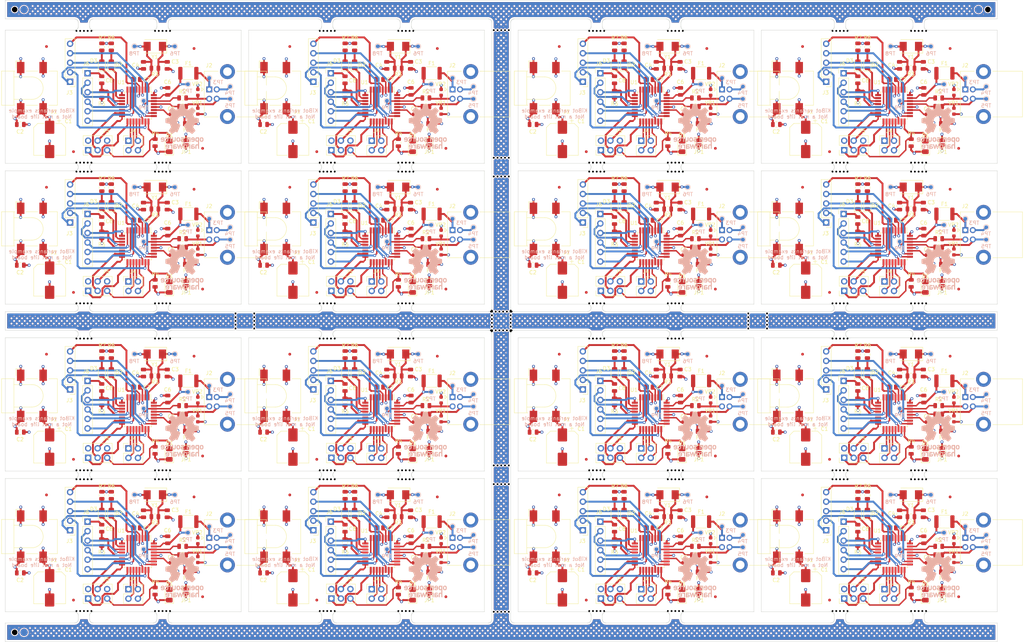
<source format=kicad_pcb>
(kicad_pcb
	(version 20240108)
	(generator "pcbnew")
	(generator_version "8.0")
	(general
		(thickness 1.6)
		(legacy_teardrops no)
	)
	(paper "A0")
	(title_block
		(title "Arduino UNO programmer (Panel)")
		(date "${date}")
		(rev "${git_hash}")
		(company "Instituto Nacional de Tecnología Industrial")
		(comment 4 "An example of KiBot variants")
	)
	(layers
		(0 "F.Cu" signal)
		(1 "In1.Cu" signal "GND.Cu")
		(2 "In2.Cu" signal "Power.Cu")
		(31 "B.Cu" signal)
		(32 "B.Adhes" user "B.Adhesive")
		(33 "F.Adhes" user "F.Adhesive")
		(34 "B.Paste" user)
		(35 "F.Paste" user)
		(36 "B.SilkS" user "B.Silkscreen")
		(37 "F.SilkS" user "F.Silkscreen")
		(38 "B.Mask" user)
		(39 "F.Mask" user)
		(40 "Dwgs.User" user "User.Drawings")
		(41 "Cmts.User" user "User.Comments")
		(42 "Eco1.User" user "User.Eco1")
		(43 "Eco2.User" user "User.Eco2")
		(44 "Edge.Cuts" user)
		(45 "Margin" user)
		(46 "B.CrtYd" user "B.Courtyard")
		(47 "F.CrtYd" user "F.Courtyard")
		(48 "B.Fab" user)
		(49 "F.Fab" user)
	)
	(setup
		(pad_to_mask_clearance 0.05)
		(allow_soldermask_bridges_in_footprints no)
		(aux_axis_origin 466.5 20)
		(grid_origin 466.5 20)
		(pcbplotparams
			(layerselection 0x00010fc_ffffffff)
			(plot_on_all_layers_selection 0x0000000_00000000)
			(disableapertmacros no)
			(usegerberextensions no)
			(usegerberattributes yes)
			(usegerberadvancedattributes yes)
			(creategerberjobfile yes)
			(dashed_line_dash_ratio 12.000000)
			(dashed_line_gap_ratio 3.000000)
			(svgprecision 4)
			(plotframeref no)
			(viasonmask no)
			(mode 1)
			(useauxorigin no)
			(hpglpennumber 1)
			(hpglpenspeed 20)
			(hpglpendiameter 15.000000)
			(pdf_front_fp_property_popups yes)
			(pdf_back_fp_property_popups yes)
			(dxfpolygonmode yes)
			(dxfimperialunits yes)
			(dxfusepcbnewfont yes)
			(psnegative no)
			(psa4output no)
			(plotreference yes)
			(plotvalue yes)
			(plotfptext yes)
			(plotinvisibletext no)
			(sketchpadsonfab no)
			(subtractmaskfromsilk no)
			(outputformat 1)
			(mirror no)
			(drillshape 1)
			(scaleselection 1)
			(outputdirectory "")
		)
	)
	(property "date" "Today")
	(property "git_hash" "WIP")
	(net 0 "")
	(net 1 "Board_0-+5V")
	(net 2 "Board_0-/DTR")
	(net 3 "Board_0-/MISO2")
	(net 4 "Board_0-/MOSI2")
	(net 5 "Board_0-/RESET2")
	(net 6 "Board_0-/RXLED")
	(net 7 "Board_0-/SCK2")
	(net 8 "Board_0-/TXLED")
	(net 9 "Board_0-Earth")
	(net 10 "Board_0-GND")
	(net 11 "Board_0-Net-(D2-A)")
	(net 12 "Board_0-Net-(D3-A)")
	(net 13 "Board_0-Net-(J2-D+)")
	(net 14 "Board_0-Net-(J2-D-)")
	(net 15 "Board_0-Net-(J2-Shield)")
	(net 16 "Board_0-Net-(J2-VBUS)")
	(net 17 "Board_0-Net-(J3-Pin_1)")
	(net 18 "Board_0-Net-(J3-Pin_2)")
	(net 19 "Board_0-Net-(J3-Pin_3)")
	(net 20 "Board_0-Net-(J3-Pin_4)")
	(net 21 "Board_0-Net-(J3-Pin_5)")
	(net 22 "Board_0-Net-(J4-Pin_1)")
	(net 23 "Board_0-Net-(J4-Pin_2)")
	(net 24 "Board_0-Net-(J4-Pin_3)")
	(net 25 "Board_0-Net-(J4-Pin_4)")
	(net 26 "Board_0-Net-(J6-Pin_1)")
	(net 27 "Board_0-Net-(J6-Pin_2)")
	(net 28 "Board_0-Net-(J6-Pin_3)")
	(net 29 "Board_0-Net-(J6-Pin_4)")
	(net 30 "Board_0-Net-(J6-Pin_5)")
	(net 31 "Board_0-Net-(J6-Pin_6)")
	(net 32 "Board_0-Net-(U1-D+)")
	(net 33 "Board_0-Net-(U1-D-)")
	(net 34 "Board_0-Net-(U1-PC0{slash}XTAL2)")
	(net 35 "Board_0-Net-(U1-UCAP)")
	(net 36 "Board_0-Net-(U1-XTAL1)")
	(net 37 "Board_0-VBUS")
	(net 38 "Board_0-unconnected-(U1-PB0-Pad14)")
	(net 39 "Board_1-+5V")
	(net 40 "Board_1-/DTR")
	(net 41 "Board_1-/MISO2")
	(net 42 "Board_1-/MOSI2")
	(net 43 "Board_1-/RESET2")
	(net 44 "Board_1-/RXLED")
	(net 45 "Board_1-/SCK2")
	(net 46 "Board_1-/TXLED")
	(net 47 "Board_1-Earth")
	(net 48 "Board_1-GND")
	(net 49 "Board_1-Net-(D2-A)")
	(net 50 "Board_1-Net-(D3-A)")
	(net 51 "Board_1-Net-(J2-D+)")
	(net 52 "Board_1-Net-(J2-D-)")
	(net 53 "Board_1-Net-(J2-Shield)")
	(net 54 "Board_1-Net-(J2-VBUS)")
	(net 55 "Board_1-Net-(J3-Pin_1)")
	(net 56 "Board_1-Net-(J3-Pin_2)")
	(net 57 "Board_1-Net-(J3-Pin_3)")
	(net 58 "Board_1-Net-(J3-Pin_4)")
	(net 59 "Board_1-Net-(J3-Pin_5)")
	(net 60 "Board_1-Net-(J4-Pin_1)")
	(net 61 "Board_1-Net-(J4-Pin_2)")
	(net 62 "Board_1-Net-(J4-Pin_3)")
	(net 63 "Board_1-Net-(J4-Pin_4)")
	(net 64 "Board_1-Net-(J6-Pin_1)")
	(net 65 "Board_1-Net-(J6-Pin_2)")
	(net 66 "Board_1-Net-(J6-Pin_3)")
	(net 67 "Board_1-Net-(J6-Pin_4)")
	(net 68 "Board_1-Net-(J6-Pin_5)")
	(net 69 "Board_1-Net-(J6-Pin_6)")
	(net 70 "Board_1-Net-(U1-D+)")
	(net 71 "Board_1-Net-(U1-D-)")
	(net 72 "Board_1-Net-(U1-PC0{slash}XTAL2)")
	(net 73 "Board_1-Net-(U1-UCAP)")
	(net 74 "Board_1-Net-(U1-XTAL1)")
	(net 75 "Board_1-VBUS")
	(net 76 "Board_1-unconnected-(U1-PB0-Pad14)")
	(net 77 "Board_2-+5V")
	(net 78 "Board_2-/DTR")
	(net 79 "Board_2-/MISO2")
	(net 80 "Board_2-/MOSI2")
	(net 81 "Board_2-/RESET2")
	(net 82 "Board_2-/RXLED")
	(net 83 "Board_2-/SCK2")
	(net 84 "Board_2-/TXLED")
	(net 85 "Board_2-Earth")
	(net 86 "Board_2-GND")
	(net 87 "Board_2-Net-(D2-A)")
	(net 88 "Board_2-Net-(D3-A)")
	(net 89 "Board_2-Net-(J2-D+)")
	(net 90 "Board_2-Net-(J2-D-)")
	(net 91 "Board_2-Net-(J2-Shield)")
	(net 92 "Board_2-Net-(J2-VBUS)")
	(net 93 "Board_2-Net-(J3-Pin_1)")
	(net 94 "Board_2-Net-(J3-Pin_2)")
	(net 95 "Board_2-Net-(J3-Pin_3)")
	(net 96 "Board_2-Net-(J3-Pin_4)")
	(net 97 "Board_2-Net-(J3-Pin_5)")
	(net 98 "Board_2-Net-(J4-Pin_1)")
	(net 99 "Board_2-Net-(J4-Pin_2)")
	(net 100 "Board_2-Net-(J4-Pin_3)")
	(net 101 "Board_2-Net-(J4-Pin_4)")
	(net 102 "Board_2-Net-(J6-Pin_1)")
	(net 103 "Board_2-Net-(J6-Pin_2)")
	(net 104 "Board_2-Net-(J6-Pin_3)")
	(net 105 "Board_2-Net-(J6-Pin_4)")
	(net 106 "Board_2-Net-(J6-Pin_5)")
	(net 107 "Board_2-Net-(J6-Pin_6)")
	(net 108 "Board_2-Net-(U1-D+)")
	(net 109 "Board_2-Net-(U1-D-)")
	(net 110 "Board_2-Net-(U1-PC0{slash}XTAL2)")
	(net 111 "Board_2-Net-(U1-UCAP)")
	(net 112 "Board_2-Net-(U1-XTAL1)")
	(net 113 "Board_2-VBUS")
	(net 114 "Board_2-unconnected-(U1-PB0-Pad14)")
	(net 115 "Board_3-+5V")
	(net 116 "Board_3-/DTR")
	(net 117 "Board_3-/MISO2")
	(net 118 "Board_3-/MOSI2")
	(net 119 "Board_3-/RESET2")
	(net 120 "Board_3-/RXLED")
	(net 121 "Board_3-/SCK2")
	(net 122 "Board_3-/TXLED")
	(net 123 "Board_3-Earth")
	(net 124 "Board_3-GND")
	(net 125 "Board_3-Net-(D2-A)")
	(net 126 "Board_3-Net-(D3-A)")
	(net 127 "Board_3-Net-(J2-D+)")
	(net 128 "Board_3-Net-(J2-D-)")
	(net 129 "Board_3-Net-(J2-Shield)")
	(net 130 "Board_3-Net-(J2-VBUS)")
	(net 131 "Board_3-Net-(J3-Pin_1)")
	(net 132 "Board_3-Net-(J3-Pin_2)")
	(net 133 "Board_3-Net-(J3-Pin_3)")
	(net 134 "Board_3-Net-(J3-Pin_4)")
	(net 135 "Board_3-Net-(J3-Pin_5)")
	(net 136 "Board_3-Net-(J4-Pin_1)")
	(net 137 "Board_3-Net-(J4-Pin_2)")
	(net 138 "Board_3-Net-(J4-Pin_3)")
	(net 139 "Board_3-Net-(J4-Pin_4)")
	(net 140 "Board_3-Net-(J6-Pin_1)")
	(net 141 "Board_3-Net-(J6-Pin_2)")
	(net 142 "Board_3-Net-(J6-Pin_3)")
	(net 143 "Board_3-Net-(J6-Pin_4)")
	(net 144 "Board_3-Net-(J6-Pin_5)")
	(net 145 "Board_3-Net-(J6-Pin_6)")
	(net 146 "Board_3-Net-(U1-D+)")
	(net 147 "Board_3-Net-(U1-D-)")
	(net 148 "Board_3-Net-(U1-PC0{slash}XTAL2)")
	(net 149 "Board_3-Net-(U1-UCAP)")
	(net 150 "Board_3-Net-(U1-XTAL1)")
	(net 151 "Board_3-VBUS")
	(net 152 "Board_3-unconnected-(U1-PB0-Pad14)")
	(net 153 "Board_4-+5V")
	(net 154 "Board_4-/DTR")
	(net 155 "Board_4-/MISO2")
	(net 156 "Board_4-/MOSI2")
	(net 157 "Board_4-/RESET2")
	(net 158 "Board_4-/RXLED")
	(net 159 "Board_4-/SCK2")
	(net 160 "Board_4-/TXLED")
	(net 161 "Board_4-Earth")
	(net 162 "Board_4-GND")
	(net 163 "Board_4-Net-(D2-A)")
	(net 164 "Board_4-Net-(D3-A)")
	(net 165 "Board_4-Net-(J2-D+)")
	(net 166 "Board_4-Net-(J2-D-)")
	(net 167 "Board_4-Net-(J2-Shield)")
	(net 168 "Board_4-Net-(J2-VBUS)")
	(net 169 "Board_4-Net-(J3-Pin_1)")
	(net 170 "Board_4-Net-(J3-Pin_2)")
	(net 171 "Board_4-Net-(J3-Pin_3)")
	(net 172 "Board_4-Net-(J3-Pin_4)")
	(net 173 "Board_4-Net-(J3-Pin_5)")
	(net 174 "Board_4-Net-(J4-Pin_1)")
	(net 175 "Board_4-Net-(J4-Pin_2)")
	(net 176 "Board_4-Net-(J4-Pin_3)")
	(net 177 "Board_4-Net-(J4-Pin_4)")
	(net 178 "Board_4-Net-(J6-Pin_1)")
	(net 179 "Board_4-Net-(J6-Pin_2)")
	(net 180 "Board_4-Net-(J6-Pin_3)")
	(net 181 "Board_4-Net-(J6-Pin_4)")
	(net 182 "Board_4-Net-(J6-Pin_5)")
	(net 183 "Board_4-Net-(J6-Pin_6)")
	(net 184 "Board_4-Net-(U1-D+)")
	(net 185 "Board_4-Net-(U1-D-)")
	(net 186 "Board_4-Net-(U1-PC0{slash}XTAL2)")
	(net 187 "Board_4-Net-(U1-UCAP)")
	(net 188 "Board_4-Net-(U1-XTAL1)")
	(net 189 "Board_4-VBUS")
	(net 190 "Board_4-unconnected-(U1-PB0-Pad14)")
	(net 191 "Board_5-+5V")
	(net 192 "Board_5-/DTR")
	(net 193 "Board_5-/MISO2")
	(net 194 "Board_5-/MOSI2")
	(net 195 "Board_5-/RESET2")
	(net 196 "Board_5-/RXLED")
	(net 197 "Board_5-/SCK2")
	(net 198 "Board_5-/TXLED")
	(net 199 "Board_5-Earth")
	(net 200 "Board_5-GND")
	(net 201 "Board_5-Net-(D2-A)")
	(net 202 "Board_5-Net-(D3-A)")
	(net 203 "Board_5-Net-(J2-D+)")
	(net 204 "Board_5-Net-(J2-D-)")
	(net 205 "Board_5-Net-(J2-Shield)")
	(net 206 "Board_5-Net-(J2-VBUS)")
	(net 207 "Board_5-Net-(J3-Pin_1)")
	(net 208 "Board_5-Net-(J3-Pin_2)")
	(net 209 "Board_5-Net-(J3-Pin_3)")
	(net 210 "Board_5-Net-(J3-Pin_4)")
	(net 211 "Board_5-Net-(J3-Pin_5)")
	(net 212 "Board_5-Net-(J4-Pin_1)")
	(net 213 "Board_5-Net-(J4-Pin_2)")
	(net 214 "Board_5-Net-(J4-Pin_3)")
	(net 215 "Board_5-Net-(J4-Pin_4)")
	(net 216 "Board_5-Net-(J6-Pin_1)")
	(net 217 "Board_5-Net-(J6-Pin_2)")
	(net 218 "Board_5-Net-(J6-Pin_3)")
	(net 219 "Board_5-Net-(J6-Pin_4)")
	(net 220 "Board_5-Net-(J6-Pin_5)")
	(net 221 "Board_5-Net-(J6-Pin_6)")
	(net 222 "Board_5-Net-(U1-D+)")
	(net 223 "Board_5-Net-(U1-D-)")
	(net 224 "Board_5-Net-(U1-PC0{slash}XTAL2)")
	(net 225 "Board_5-Net-(U1-UCAP)")
	(net 226 "Board_5-Net-(U1-XTAL1)")
	(net 227 "Board_5-VBUS")
	(net 228 "Board_5-unconnected-(U1-PB0-Pad14)")
	(net 229 "Board_6-+5V")
	(net 230 "Board_6-/DTR")
	(net 231 "Board_6-/MISO2")
	(net 232 "Board_6-/MOSI2")
	(net 233 "Board_6-/RESET2")
	(net 234 "Board_6-/RXLED")
	(net 235 "Board_6-/SCK2")
	(net 236 "Board_6-/TXLED")
	(net 237 "Board_6-Earth")
	(net 238 "Board_6-GND")
	(net 239 "Board_6-Net-(D2-A)")
	(net 240 "Board_6-Net-(D3-A)")
	(net 241 "Board_6-Net-(J2-D+)")
	(net 242 "Board_6-Net-(J2-D-)")
	(net 243 "Board_6-Net-(J2-Shield)")
	(net 244 "Board_6-Net-(J2-VBUS)")
	(net 245 "Board_6-Net-(J3-Pin_1)")
	(net 246 "Board_6-Net-(J3-Pin_2)")
	(net 247 "Board_6-Net-(J3-Pin_3)")
	(net 248 "Board_6-Net-(J3-Pin_4)")
	(net 249 "Board_6-Net-(J3-Pin_5)")
	(net 250 "Board_6-Net-(J4-Pin_1)")
	(net 251 "Board_6-Net-(J4-Pin_2)")
	(net 252 "Board_6-Net-(J4-Pin_3)")
	(net 253 "Board_6-Net-(J4-Pin_4)")
	(net 254 "Board_6-Net-(J6-Pin_1)")
	(net 255 "Board_6-Net-(J6-Pin_2)")
	(net 256 "Board_6-Net-(J6-Pin_3)")
	(net 257 "Board_6-Net-(J6-Pin_4)")
	(net 258 "Board_6-Net-(J6-Pin_5)")
	(net 259 "Board_6-Net-(J6-Pin_6)")
	(net 260 "Board_6-Net-(U1-D+)")
	(net 261 "Board_6-Net-(U1-D-)")
	(net 262 "Board_6-Net-(U1-PC0{slash}XTAL2)")
	(net 263 "Board_6-Net-(U1-UCAP)")
	(net 264 "Board_6-Net-(U1-XTAL1)")
	(net 265 "Board_6-VBUS")
	(net 266 "Board_6-unconnected-(U1-PB0-Pad14)")
	(net 267 "Board_7-+5V")
	(net 268 "Board_7-/DTR")
	(net 269 "Board_7-/MISO2")
	(net 270 "Board_7-/MOSI2")
	(net 271 "Board_7-/RESET2")
	(net 272 "Board_7-/RXLED")
	(net 273 "Board_7-/SCK2")
	(net 274 "Board_7-/TXLED")
	(net 275 "Board_7-Earth")
	(net 276 "Board_7-GND")
	(net 277 "Board_7-Net-(D2-A)")
	(net 278 "Board_7-Net-(D3-A)")
	(net 279 "Board_7-Net-(J2-D+)")
	(net 280 "Board_7-Net-(J2-D-)")
	(net 281 "Board_7-Net-(J2-Shield)")
	(net 282 "Board_7-Net-(J2-VBUS)")
	(net 283 "Board_7-Net-(J3-Pin_1)")
	(net 284 "Board_7-Net-(J3-Pin_2)")
	(net 285 "Board_7-Net-(J3-Pin_3)")
	(net 286 "Board_7-Net-(J3-Pin_4)")
	(net 287 "Board_7-Net-(J3-Pin_5)")
	(net 288 "Board_7-Net-(J4-Pin_1)")
	(net 289 "Board_7-Net-(J4-Pin_2)")
	(net 290 "Board_7-Net-(J4-Pin_3)")
	(net 291 "Board_7-Net-(J4-Pin_4)")
	(net 292 "Board_7-Net-(J6-Pin_1)")
	(net 293 "Board_7-Net-(J6-Pin_2)")
	(net 294 "Board_7-Net-(J6-Pin_3)")
	(net 295 "Board_7-Net-(J6-Pin_4)")
	(net 296 "Board_7-Net-(J6-Pin_5)")
	(net 297 "Board_7-Net-(J6-Pin_6)")
	(net 298 "Board_7-Net-(U1-D+)")
	(net 299 "Board_7-Net-(U1-D-)")
	(net 300 "Board_7-Net-(U1-PC0{slash}XTAL2)")
	(net 301 "Board_7-Net-(U1-UCAP)")
	(net 302 "Board_7-Net-(U1-XTAL1)")
	(net 303 "Board_7-VBUS")
	(net 304 "Board_7-unconnected-(U1-PB0-Pad14)")
	(net 305 "Board_8-+5V")
	(net 306 "Board_8-/DTR")
	(net 307 "Board_8-/MISO2")
	(net 308 "Board_8-/MOSI2")
	(net 309 "Board_8-/RESET2")
	(net 310 "Board_8-/RXLED")
	(net 311 "Board_8-/SCK2")
	(net 312 "Board_8-/TXLED")
	(net 313 "Board_8-Earth")
	(net 314 "Board_8-GND")
	(net 315 "Board_8-Net-(D2-A)")
	(net 316 "Board_8-Net-(D3-A)")
	(net 317 "Board_8-Net-(J2-D+)")
	(net 318 "Board_8-Net-(J2-D-)")
	(net 319 "Board_8-Net-(J2-Shield)")
	(net 320 "Board_8-Net-(J2-VBUS)")
	(net 321 "Board_8-Net-(J3-Pin_1)")
	(net 322 "Board_8-Net-(J3-Pin_2)")
	(net 323 "Board_8-Net-(J3-Pin_3)")
	(net 324 "Board_8-Net-(J3-Pin_4)")
	(net 325 "Board_8-Net-(J3-Pin_5)")
	(net 326 "Board_8-Net-(J4-Pin_1)")
	(net 327 "Board_8-Net-(J4-Pin_2)")
	(net 328 "Board_8-Net-(J4-Pin_3)")
	(net 329 "Board_8-Net-(J4-Pin_4)")
	(net 330 "Board_8-Net-(J6-Pin_1)")
	(net 331 "Board_8-Net-(J6-Pin_2)")
	(net 332 "Board_8-Net-(J6-Pin_3)")
	(net 333 "Board_8-Net-(J6-Pin_4)")
	(net 334 "Board_8-Net-(J6-Pin_5)")
	(net 335 "Board_8-Net-(J6-Pin_6)")
	(net 336 "Board_8-Net-(U1-D+)")
	(net 337 "Board_8-Net-(U1-D-)")
	(net 338 "Board_8-Net-(U1-PC0{slash}XTAL2)")
	(net 339 "Board_8-Net-(U1-UCAP)")
	(net 340 "Board_8-Net-(U1-XTAL1)")
	(net 341 "Board_8-VBUS")
	(net 342 "Board_8-unconnected-(U1-PB0-Pad14)")
	(net 343 "Board_9-+5V")
	(net 344 "Board_9-/DTR")
	(net 345 "Board_9-/MISO2")
	(net 346 "Board_9-/MOSI2")
	(net 347 "Board_9-/RESET2")
	(net 348 "Board_9-/RXLED")
	(net 349 "Board_9-/SCK2")
	(net 350 "Board_9-/TXLED")
	(net 351 "Board_9-Earth")
	(net 352 "Board_9-GND")
	(net 353 "Board_9-Net-(D2-A)")
	(net 354 "Board_9-Net-(D3-A)")
	(net 355 "Board_9-Net-(J2-D+)")
	(net 356 "Board_9-Net-(J2-D-)")
	(net 357 "Board_9-Net-(J2-Shield)")
	(net 358 "Board_9-Net-(J2-VBUS)")
	(net 359 "Board_9-Net-(J3-Pin_1)")
	(net 360 "Board_9-Net-(J3-Pin_2)")
	(net 361 "Board_9-Net-(J3-Pin_3)")
	(net 362 "Board_9-Net-(J3-Pin_4)")
	(net 363 "Board_9-Net-(J3-Pin_5)")
	(net 364 "Board_9-Net-(J4-Pin_1)")
	(net 365 "Board_9-Net-(J4-Pin_2)")
	(net 366 "Board_9-Net-(J4-Pin_3)")
	(net 367 "Board_9-Net-(J4-Pin_4)")
	(net 368 "Board_9-Net-(J6-Pin_1)")
	(net 369 "Board_9-Net-(J6-Pin_2)")
	(net 370 "Board_9-Net-(J6-Pin_3)")
	(net 371 "Board_9-Net-(J6-Pin_4)")
	(net 372 "Board_9-Net-(J6-Pin_5)")
	(net 373 "Board_9-Net-(J6-Pin_6)")
	(net 374 "Board_9-Net-(U1-D+)")
	(net 375 "Board_9-Net-(U1-D-)")
	(net 376 "Board_9-Net-(U1-PC0{slash}XTAL2)")
	(net 377 "Board_9-Net-(U1-UCAP)")
	(net 378 "Board_9-Net-(U1-XTAL1)")
	(net 379 "Board_9-VBUS")
	(net 380 "Board_9-unconnected-(U1-PB0-Pad14)")
	(net 381 "Board_10-+5V")
	(net 382 "Board_10-/DTR")
	(net 383 "Board_10-/MISO2")
	(net 384 "Board_10-/MOSI2")
	(net 385 "Board_10-/RESET2")
	(net 386 "Board_10-/RXLED")
	(net 387 "Board_10-/SCK2")
	(net 388 "Board_10-/TXLED")
	(net 389 "Board_10-Earth")
	(net 390 "Board_10-GND")
	(net 391 "Board_10-Net-(D2-A)")
	(net 392 "Board_10-Net-(D3-A)")
	(net 393 "Board_10-Net-(J2-D+)")
	(net 394 "Board_10-Net-(J2-D-)")
	(net 395 "Board_10-Net-(J2-Shield)")
	(net 396 "Board_10-Net-(J2-VBUS)")
	(net 397 "Board_10-Net-(J3-Pin_1)")
	(net 398 "Board_10-Net-(J3-Pin_2)")
	(net 399 "Board_10-Net-(J3-Pin_3)")
	(net 400 "Board_10-Net-(J3-Pin_4)")
	(net 401 "Board_10-Net-(J3-Pin_5)")
	(net 402 "Board_10-Net-(J4-Pin_1)")
	(net 403 "Board_10-Net-(J4-Pin_2)")
	(net 404 "Board_10-Net-(J4-Pin_3)")
	(net 405 "Board_10-Net-(J4-Pin_4)")
	(net 406 "Board_10-Net-(J6-Pin_1)")
	(net 407 "Board_10-Net-(J6-Pin_2)")
	(net 408 "Board_10-Net-(J6-Pin_3)")
	(net 409 "Board_10-Net-(J6-Pin_4)")
	(net 410 "Board_10-Net-(J6-Pin_5)")
	(net 411 "Board_10-Net-(J6-Pin_6)")
	(net 412 "Board_10-Net-(U1-D+)")
	(net 413 "Board_10-Net-(U1-D-)")
	(net 414 "Board_10-Net-(U1-PC0{slash}XTAL2)")
	(net 415 "Board_10-Net-(U1-UCAP)")
	(net 416 "Board_10-Net-(U1-XTAL1)")
	(net 417 "Board_10-VBUS")
	(net 418 "Board_10-unconnected-(U1-PB0-Pad14)")
	(net 419 "Board_11-+5V")
	(net 420 "Board_11-/DTR")
	(net 421 "Board_11-/MISO2")
	(net 422 "Board_11-/MOSI2")
	(net 423 "Board_11-/RESET2")
	(net 424 "Board_11-/RXLED")
	(net 425 "Board_11-/SCK2")
	(net 426 "Board_11-/TXLED")
	(net 427 "Board_11-Earth")
	(net 428 "Board_11-GND")
	(net 429 "Board_11-Net-(D2-A)")
	(net 430 "Board_11-Net-(D3-A)")
	(net 431 "Board_11-Net-(J2-D+)")
	(net 432 "Board_11-Net-(J2-D-)")
	(net 433 "Board_11-Net-(J2-Shield)")
	(net 434 "Board_11-Net-(J2-VBUS)")
	(net 435 "Board_11-Net-(J3-Pin_1)")
	(net 436 "Board_11-Net-(J3-Pin_2)")
	(net 437 "Board_11-Net-(J3-Pin_3)")
	(net 438 "Board_11-Net-(J3-Pin_4)")
	(net 439 "Board_11-Net-(J3-Pin_5)")
	(net 440 "Board_11-Net-(J4-Pin_1)")
	(net 441 "Board_11-Net-(J4-Pin_2)")
	(net 442 "Board_11-Net-(J4-Pin_3)")
	(net 443 "Board_11-Net-(J4-Pin_4)")
	(net 444 "Board_11-Net-(J6-Pin_1)")
	(net 445 "Board_11-Net-(J6-Pin_2)")
	(net 446 "Board_11-Net-(J6-Pin_3)")
	(net 447 "Board_11-Net-(J6-Pin_4)")
	(net 448 "Board_11-Net-(J6-Pin_5)")
	(net 449 "Board_11-Net-(J6-Pin_6)")
	(net 450 "Board_11-Net-(U1-D+)")
	(net 451 "Board_11-Net-(U1-D-)")
	(net 452 "Board_11-Net-(U1-PC0{slash}XTAL2)")
	(net 453 "Board_11-Net-(U1-UCAP)")
	(net 454 "Board_11-Net-(U1-XTAL1)")
	(net 455 "Board_11-VBUS")
	(net 456 "Board_11-unconnected-(U1-PB0-Pad14)")
	(net 457 "Board_12-+5V")
	(net 458 "Board_12-/DTR")
	(net 459 "Board_12-/MISO2")
	(net 460 "Board_12-/MOSI2")
	(net 461 "Board_12-/RESET2")
	(net 462 "Board_12-/RXLED")
	(net 463 "Board_12-/SCK2")
	(net 464 "Board_12-/TXLED")
	(net 465 "Board_12-Earth")
	(net 466 "Board_12-GND")
	(net 467 "Board_12-Net-(D2-A)")
	(net 468 "Board_12-Net-(D3-A)")
	(net 469 "Board_12-Net-(J2-D+)")
	(net 470 "Board_12-Net-(J2-D-)")
	(net 471 "Board_12-Net-(J2-Shield)")
	(net 472 "Board_12-Net-(J2-VBUS)")
	(net 473 "Board_12-Net-(J3-Pin_1)")
	(net 474 "Board_12-Net-(J3-Pin_2)")
	(net 475 "Board_12-Net-(J3-Pin_3)")
	(net 476 "Board_12-Net-(J3-Pin_4)")
	(net 477 "Board_12-Net-(J3-Pin_5)")
	(net 478 "Board_12-Net-(J4-Pin_1)")
	(net 479 "Board_12-Net-(J4-Pin_2)")
	(net 480 "Board_12-Net-(J4-Pin_3)")
	(net 481 "Board_12-Net-(J4-Pin_4)")
	(net 482 "Board_12-Net-(J6-Pin_1)")
	(net 483 "Board_12-Net-(J6-Pin_2)")
	(net 484 "Board_12-Net-(J6-Pin_3)")
	(net 485 "Board_12-Net-(J6-Pin_4)")
	(net 486 "Board_12-Net-(J6-Pin_5)")
	(net 487 "Board_12-Net-(J6-Pin_6)")
	(net 488 "Board_12-Net-(U1-D+)")
	(net 489 "Board_12-Net-(U1-D-)")
	(net 490 "Board_12-Net-(U1-PC0{slash}XTAL2)")
	(net 491 "Board_12-Net-(U1-UCAP)")
	(net 492 "Board_12-Net-(U1-XTAL1)")
	(net 493 "Board_12-VBUS")
	(net 494 "Board_12-unconnected-(U1-PB0-Pad14)")
	(net 495 "Board_13-+5V")
	(net 496 "Board_13-/DTR")
	(net 497 "Board_13-/MISO2")
	(net 498 "Board_13-/MOSI2")
	(net 499 "Board_13-/RESET2")
	(net 500 "Board_13-/RXLED")
	(net 501 "Board_13-/SCK2")
	(net 502 "Board_13-/TXLED")
	(net 503 "Board_13-Earth")
	(net 504 "Board_13-GND")
	(net 505 "Board_13-Net-(D2-A)")
	(net 506 "Board_13-Net-(D3-A)")
	(net 507 "Board_13-Net-(J2-D+)")
	(net 508 "Board_13-Net-(J2-D-)")
	(net 509 "Board_13-Net-(J2-Shield)")
	(net 510 "Board_13-Net-(J2-VBUS)")
	(net 511 "Board_13-Net-(J3-Pin_1)")
	(net 512 "Board_13-Net-(J3-Pin_2)")
	(net 513 "Board_13-Net-(J3-Pin_3)")
	(net 514 "Board_13-Net-(J3-Pin_4)")
	(net 515 "Board_13-Net-(J3-Pin_5)")
	(net 516 "Board_13-Net-(J4-Pin_1)")
	(net 517 "Board_13-Net-(J4-Pin_2)")
	(net 518 "Board_13-Net-(J4-Pin_3)")
	(net 519 "Board_13-Net-(J4-Pin_4)")
	(net 520 "Board_13-Net-(J6-Pin_1)")
	(net 521 "Board_13-Net-(J6-Pin_2)")
	(net 522 "Board_13-Net-(J6-Pin_3)")
	(net 523 "Board_13-Net-(J6-Pin_4)")
	(net 524 "Board_13-Net-(J6-Pin_5)")
	(net 525 "Board_13-Net-(J6-Pin_6)")
	(net 526 "Board_13-Net-(U1-D+)")
	(net 527 "Board_13-Net-(U1-D-)")
	(net 528 "Board_13-Net-(U1-PC0{slash}XTAL2)")
	(net 529 "Board_13-Net-(U1-UCAP)")
	(net 530 "Board_13-Net-(U1-XTAL1)")
	(net 531 "Board_13-VBUS")
	(net 532 "Board_13-unconnected-(U1-PB0-Pad14)")
	(net 533 "Board_14-+5V")
	(net 534 "Board_14-/DTR")
	(net 535 "Board_14-/MISO2")
	(net 536 "Board_14-/MOSI2")
	(net 537 "Board_14-/RESET2")
	(net 538 "Board_14-/RXLED")
	(net 539 "Board_14-/SCK2")
	(net 540 "Board_14-/TXLED")
	(net 541 "Board_14-Earth")
	(net 542 "Board_14-GND")
	(net 543 "Board_14-Net-(D2-A)")
	(net 544 "Board_14-Net-(D3-A)")
	(net 545 "Board_14-Net-(J2-D+)")
	(net 546 "Board_14-Net-(J2-D-)")
	(net 547 "Board_14-Net-(J2-Shield)")
	(net 548 "Board_14-Net-(J2-VBUS)")
	(net 549 "Board_14-Net-(J3-Pin_1)")
	(net 550 "Board_14-Net-(J3-Pin_2)")
	(net 551 "Board_14-Net-(J3-Pin_3)")
	(net 552 "Board_14-Net-(J3-Pin_4)")
	(net 553 "Board_14-Net-(J3-Pin_5)")
	(net 554 "Board_14-Net-(J4-Pin_1)")
	(net 555 "Board_14-Net-(J4-Pin_2)")
	(net 556 "Board_14-Net-(J4-Pin_3)")
	(net 557 "Board_14-Net-(J4-Pin_4)")
	(net 558 "Board_14-Net-(J6-Pin_1)")
	(net 559 "Board_14-Net-(J6-Pin_2)")
	(net 560 "Board_14-Net-(J6-Pin_3)")
	(net 561 "Board_14-Net-(J6-Pin_4)")
	(net 562 "Board_14-Net-(J6-Pin_5)")
	(net 563 "Board_14-Net-(J6-Pin_6)")
	(net 564 "Board_14-Net-(U1-D+)")
	(net 565 "Board_14-Net-(U1-D-)")
	(net 566 "Board_14-Net-(U1-PC0{slash}XTAL2)")
	(net 567 "Board_14-Net-(U1-UCAP)")
	(net 568 "Board_14-Net-(U1-XTAL1)")
	(net 569 "Board_14-VBUS")
	(net 570 "Board_14-unconnected-(U1-PB0-Pad14)")
	(net 571 "Board_15-+5V")
	(net 572 "Board_15-/DTR")
	(net 573 "Board_15-/MISO2")
	(net 574 "Board_15-/MOSI2")
	(net 575 "Board_15-/RESET2")
	(net 576 "Board_15-/RXLED")
	(net 577 "Board_15-/SCK2")
	(net 578 "Board_15-/TXLED")
	(net 579 "Board_15-Earth")
	(net 580 "Board_15-GND")
	(net 581 "Board_15-Net-(D2-A)")
	(net 582 "Board_15-Net-(D3-A)")
	(net 583 "Board_15-Net-(J2-D+)")
	(net 584 "Board_15-Net-(J2-D-)")
	(net 585 "Board_15-Net-(J2-Shield)")
	(net 586 "Board_15-Net-(J2-VBUS)")
	(net 587 "Board_15-Net-(J3-Pin_1)")
	(net 588 "Board_15-Net-(J3-Pin_2)")
	(net 589 "Board_15-Net-(J3-Pin_3)")
	(net 590 "Board_15-Net-(J3-Pin_4)")
	(net 591 "Board_15-Net-(J3-Pin_5)")
	(net 592 "Board_15-Net-(J4-Pin_1)")
	(net 593 "Board_15-Net-(J4-Pin_2)")
	(net 594 "Board_15-Net-(J4-Pin_3)")
	(net 595 "Board_15-Net-(J4-Pin_4)")
	(net 596 "Board_15-Net-(J6-Pin_1)")
	(net 597 "Board_15-Net-(J6-Pin_2)")
	(net 598 "Board_15-Net-(J6-Pin_3)")
	(net 599 "Board_15-Net-(J6-Pin_4)")
	(net 600 "Board_15-Net-(J6-Pin_5)")
	(net 601 "Board_15-Net-(J6-Pin_6)")
	(net 602 "Board_15-Net-(U1-D+)")
	(net 603 "Board_15-Net-(U1-D-)")
	(net 604 "Board_15-Net-(U1-PC0{slash}XTAL2)")
	(net 605 "Board_15-Net-(U1-UCAP)")
	(net 606 "Board_15-Net-(U1-XTAL1)")
	(net 607 "Board_15-VBUS")
	(net 608 "Board_15-unconnected-(U1-PB0-Pad14)")
	(footprint "NPTH" (layer "F.Cu") (at 624.5 65.8005))
	(footprint "Resistor_SMD:R_0805_2012Metric" (layer "F.Cu") (at 506.458 38.1785 180))
	(footprint "Resistor_SMD:R_0603_1608Metric" (layer "F.Cu") (at 719.934 49.651 -90))
	(footprint "NPTH" (layer "F.Cu") (at 646.5 145.6005))
	(footprint "Capacitor_SMD:C_0805_2012Metric" (layer "F.Cu") (at 711.76 37.4165 -90))
	(footprint "NPTH" (layer "F.Cu") (at 550.5 183.2005))
	(footprint "Connector_USB:USB_B_Lumberg_2411_02_Horizontal" (layer "F.Cu") (at 585.982 163.6345))
	(footprint "NPTH" (layer "F.Cu") (at 708.5 28.2005))
	(footprint "MountingHole:MountingHole_2.7mm_M2.5" (layer "F.Cu") (at 470.5 59.3005))
	(footprint "NPTH" (layer "F.Cu") (at 486.5 183.2005))
	(footprint "Resistor_SMD:R_0805_2012Metric" (layer "F.Cu") (at 513.87 168.2065))
	(footprint "NPTH" (layer "F.Cu") (at 600 149.3005))
	(footprint "NPTH" (layer "F.Cu") (at 688.5 63.4005))
	(footprint "NPTH" (layer "F.Cu") (at 711.5 63.4005))
	(footprint "NPTH" (layer "F.Cu") (at 688.5 148.0005))
	(footprint "Resistor_SMD:R_0805_2012Metric" (layer "F.Cu") (at 506.504 58.0585 90))
	(footprint "MountingHole:MountingHole_2.7mm_M2.5" (layer "F.Cu") (at 607.5 151.6005))
	(footprint "Diode_SMD:D_1206_3216Metric" (layer "F.Cu") (at 712.314 59.0745 90))
	(footprint "NPTH" (layer "F.Cu") (at 601.5 102.9505))
	(footprint "NPTH" (layer "F.Cu") (at 528 105.7005))
	(footprint "NPTH" (layer "F.Cu") (at 596.5 105.2005))
	(footprint "Capacitor_SMD:C_0805_2012Metric" (layer "F.Cu") (at 575.822 133.6545 -90))
	(footprint "NPTH" (layer "F.Cu") (at 689.5 101.0005))
	(footprint "NPTH" (layer "F.Cu") (at 469 188.9015))
	(footprint "LED_SMD:LED_0805_2012Metric" (layer "F.Cu") (at 557.28 74.8505 90))
	(footprint "MountingHole:MountingHole_2.7mm_M2.5" (layer "F.Cu") (at 726.5 96.9005))
	(footprint "NPTH" (layer "F.Cu") (at 625.5 65.8005))
	(footprint "Capacitor_SMD:C_0805_2012Metric" (layer "F.Cu") (at 557.2546 161.0691 90))
	(footprint "NPTH" (layer "F.Cu") (at 711.5 110.4005))
	(footprint "Jumper:SolderJumper-2_P1.3mm_Open_RoundedPad1.0x1.5mm" (layer "F.Cu") (at 716.759 58.0839 -90))
	(footprint "LED_SMD:LED_0805_2012Metric" (layer "F.Cu") (at 559.82 119.4505 90))
	(footprint "NPTH" (layer "F.Cu") (at 571.5 101.0005))
	(footprint "Resistor_SMD:R_0603_1608Metric" (layer "F.Cu") (at 654.934 87.251 -90))
	(footprint "NPTH" (layer "F.Cu") (at 670 106.7005))
	(footprint "Capacitor_SMD:C_0805_2012Metric" (layer "F.Cu") (at 672.5 135.4005))
	(footprint "NPTH" (layer "F.Cu") (at 552.5 145.6005))
	(footprint "NPTH" (layer "F.Cu") (at 596.5 108.2005))
	(footprint "NPTH" (layer "F.Cu") (at 622.5 148.0005))
	(footprint "NPTH" (layer "F.Cu") (at 485.5 183.2005))
	(footprint "Connector_PinHeader_2.54mm:PinHeader_1x06_P2.54mm_Vertical" (layer "F.Cu") (at 625.47 159.3165))
	(footprint "MountingHole:MountingHole_2.7mm_M2.5" (layer "F.Cu") (at 589.5 96.9005))
	(footprint "Resistor_SMD:R_0805_2012Metric" (layer "F.Cu") (at 694.28 152.2753 -90))
	(footprint "Capacitor_SMD:C_0805_2012Metric" (layer "F.Cu") (at 574.76 37.4165 -90))
	(footprint "Package_QFP:TQFP-32_7x7mm_P0.8mm" (layer "F.Cu") (at 566.932 167.9525 -90))
	(footprint "Fiducial:Fiducial_0.75mm_Mask1.5mm" (layer "F.Cu") (at 581.918 32.9125))
	(footprint "Fiducial:Fiducial_0.75mm_Mask1.5mm" (layer "F.Cu") (at 721.204 141.7825))
	(footprint "Connector_PinHeader_2.54mm:PinHeader_1x06_P2.54mm_Vertical" (layer "F.Cu") (at 488.47 39.5165))
	(footprint "Capacitor_SMD:C_0805_2012Metric" (layer "F.Cu") (at 509.76 157.2165 -90))
	(footprint "Crystal:Crystal_SMD_Abracon_ABM3-2Pin_5.0x3.2mm" (layer "F.Cu") (at 708.4278 32.3283 180))
	(footprint "NPTH" (layer "F.Cu") (at 596.5 102.9505))
	(footprint "Package_QFP:TQFP-32_7x7mm_P0.8mm"
		(layer "F.Cu")
		(uuid "0f017148-a22f-41f4-9c01-1eebdb362e6f")
		(at 703.932 130.3525 -90)
		(descr "32-Lead Plastic Thin Quad Flatpack (PT) - 7x7x1.0 mm Body, 2.00 mm [TQFP] (see Microchip Packaging Specification 00000049BS.pdf)")
		(tags "QFP 0.8")
		(property "Reference" "U1"
			(at -6.223 4.4704 0)
			(unlocked yes)
			(layer "F.SilkS")
			(uuid "e1960d9f-1bc2-4aec-abbb-98ca2953b151")
			(effects
				(font
					(size 1 1)
					(thickness 0.15)
				)
			)
		)
		(property "Value" "ATmega8U2-AU"
			(at 6.1214 -0.2286 0)
			(unlocked yes)
			(layer "F.Fab")
			(uuid "6639f07c-84ac-4b8c-9c08-e11c63367926")
			(effects
				(font
					(size 1 1)
					(thickness 0.15)
				)
			)
		)
		(property "Footprint" "Package_QFP:TQFP-32_7x7mm_P0.8mm"
			(at 0 0 -90)
			(unlocked yes)
			(layer "F.Fab")
			(hide yes)
			(uuid "26909b25-6382-4228-b8be-c23ce7c9e922")
			(effects
				(font
					(size 1.27 1.27)
					(thickness 0.15)
				)
			)
		)
		(property "Datasheet" "http://ww1.microchip.com/downloads/en/DeviceDoc/doc7799.pdf"
			(at 0 0 -90)
			(unlocked yes)
			(layer "F.Fab")
			(hide yes)
			(uuid "52575c61-f3a7-4afc-8bfd-b983f99ed61f")
			(effects
				(font
					(size 1.27 1.27)
					(thickness 0.15)
				)
			)
		)
		(property "Description" "16MHz, 8kB Flash, 512B SRAM, 512B EEPROM, TQFP-32"
			(at 0 0 -90)
			(unlocked yes)
			(layer "F.Fab")
			(hide yes)
			(uuid "3b146928-d461-4a01-ad82-53e68d5a0ead")
			(effects
				(font
					(size 1.27 1.27)
					(thickness 0.15)
				)
			)
		)
		(property "desc" "16MHz, 8kB Flash, 512B SRAM, 512B EEPROM, TQFP-32"
			(at 0 0 0)
			(layer "F.SilkS")
			(hide yes)
			(uuid "d286c8b0-d2db-48e1-a6a9-34a6551d4603")
			(effects
				(font
					(size 1.27 1.27)
					(thickness 0.15)
				)
			)
		)
		(property "part" "ATmega8U2-A"
			(at 0 0 0)
			(layer "F.SilkS")
			(hide yes)
			(uuid "35b4c82d-b6c8-4186-84f7-4bff86025a0e")
			(effects
				(font
					(size 1.27 1.27)
					(thickness 0.15)
				)
			)
		)
		(path "/00000000-0000-0000-0000-00005f58d91d")
		(attr smd)
		(fp_line
			(start -3.625 3.625)
			(end -3.3 3.625)
			(stroke
				(width 0.15)
				(type solid)
			)
			(layer "F.SilkS")
			(uuid "2f12fec2-1073-4067-9fe7-be8b65141a8c")
		)
		(fp_line
			(start -3.625 3.625)
			(end -3.625 3.3)
			(stroke
				(width 0.15)
				(type solid)
			)
			(layer "F.SilkS")
			(uuid "26e6f0cb-7e1b-4b01-a729-9d810ddcaac2")
		)
		(fp_line
			(start 3.625 3.625)
			(end 3.3 3.625)
			(stroke
				(width 0.15)
				(type solid)
			)
			(layer "F.SilkS")
			(uuid "c36b26df-ba16-4cfc-8c9d-fa75deb51b2f")
		)
		(fp_line
			(start 3.625 3.625)
			(end 3.625 3.3)
			(stroke
				(width 0.15)
				(type solid)
			)
			(layer "F.SilkS")
			(uuid "1342a393-fa48-4efb-84ca-5af15fa2f781")
		)
		(fp_line
			(start -3.625 -3.4)
			(end -5.05 -3.4)
			(stroke
				(width 0.15)
				(type solid)
			)
			(layer "F.SilkS")
			(uuid "af95889e-2a70-4a80-b793-8e52f5265ab0")
		)
		(fp_line
			(start -3.625 -3.625)
			(end -3.625 -3.4)
			(stroke
				(width 0.15)
				(type solid)
			)
			(layer "F.SilkS")
			(uuid "1a2506b2-78cd-4c8c-a64a-f013580a869c")
		)
		(fp_line
			(start -3.625 -3.625)
			(end -3.3 -3.625)
			(stroke
				(width 0.15)
				(type solid)
			)
			(layer "F.SilkS")
			(uuid "7fc34afd-8c0c-497b-b354-c537c2007923")
		)
		(fp_line
			(start 3.625 -3.625)
			(end 3.625 -3.3)
			(stroke
				(width 0.15)
				(type solid)
			)
			(layer "F.SilkS")
			(uuid "8bcd4927-22fd-420a-95c6-9be9b44dc13f")
		)
		(fp_line
			(start 3.625 -3.625)
			(end 3.3 -3.625)
			(stroke
				(width 0.15)
				(type solid)
			)
			(layer "F.SilkS")
			(uuid "208086ed-d70f-42f2-9a73-a9315084ea05")
		)
		(fp_line
			(start -5.3 5.3)
			(end 5.3 5.3)
			(stroke
				(width 0.05)
				(type solid)
			)
			(layer "F.CrtYd")
			(uuid "2740c48e-fae6-4f1c-bd62-79a165966c33")
		)
		(fp_line
			(start -5.3 -5.3)
			(end -5.3 5.3)
			(stroke
				(width 0.05)
				(type solid)
			)
			(layer "F.CrtYd")
			(uuid "42b2b4b2-a5ca-450f-8b9f-a057c1d5b0c4")
		)
		(fp_line
			(start -5.3 -5.3)
			(end 5.3 -5.3)
			(stroke
				(width 0.05)
				(type solid)
			)
			(layer "F.CrtYd")
			(uuid "db9a8572-c9a3-4d86-93bb-f95833cd86e4")
		)
		(fp_line
			(start 5.3 -5.3)
			(end 5.3 5.3)
			(stroke
				(width 0.05)
				(type solid)
			)
			(layer "F.CrtYd")
			(uuid "6987ed37-0875-4d3c-ac65-740d49865a75")
		)
		(fp_line
			(start -3.5 3.5)
			(end -3.5 -2.5)
			(stroke
				(width 0.15)
				(type solid)
			)
			(layer "F.Fab")
			(uuid "5f97dcf5-dac1-462b-9db6-cc31dbcce7af")
		)
		(fp_line
			(start 3.5 3.5)
			(end -3.5 3.5)
			(stroke
				(width 0.15)
				(type solid)
			)
			(lay
... [11067327 chars truncated]
</source>
